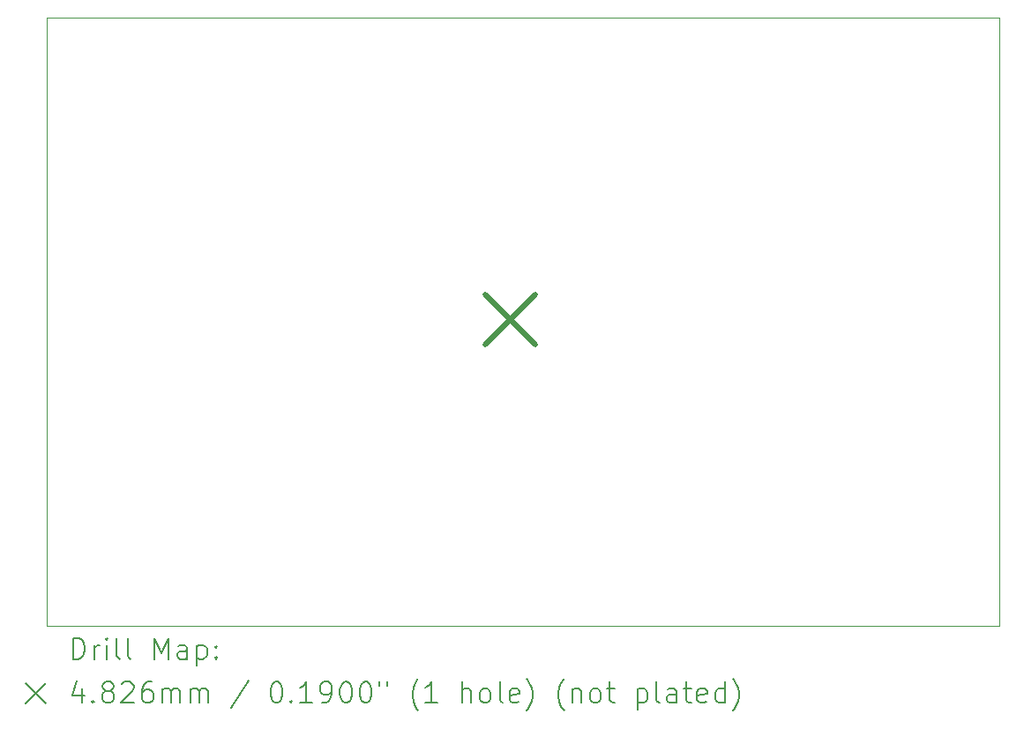
<source format=gbr>
%FSLAX45Y45*%
G04 Gerber Fmt 4.5, Leading zero omitted, Abs format (unit mm)*
G04 Created by KiCad (PCBNEW (6.0.0)) date 2022-03-13 19:40:48*
%MOMM*%
%LPD*%
G01*
G04 APERTURE LIST*
%TA.AperFunction,Profile*%
%ADD10C,0.100000*%
%TD*%
%ADD11C,0.200000*%
%ADD12C,0.482600*%
G04 APERTURE END LIST*
D10*
X22110250Y-4707750D02*
X12967250Y-4707750D01*
X12967250Y-10549750D02*
X22110250Y-10549750D01*
X12967250Y-4707750D02*
X12967250Y-10549750D01*
X22110250Y-10549750D02*
X22110250Y-4707750D01*
D11*
D12*
X17170950Y-7362050D02*
X17653550Y-7844650D01*
X17653550Y-7362050D02*
X17170950Y-7844650D01*
D11*
X13219869Y-10865226D02*
X13219869Y-10665226D01*
X13267488Y-10665226D01*
X13296059Y-10674750D01*
X13315107Y-10693798D01*
X13324631Y-10712845D01*
X13334155Y-10750940D01*
X13334155Y-10779512D01*
X13324631Y-10817607D01*
X13315107Y-10836655D01*
X13296059Y-10855702D01*
X13267488Y-10865226D01*
X13219869Y-10865226D01*
X13419869Y-10865226D02*
X13419869Y-10731893D01*
X13419869Y-10769988D02*
X13429393Y-10750940D01*
X13438917Y-10741417D01*
X13457964Y-10731893D01*
X13477012Y-10731893D01*
X13543678Y-10865226D02*
X13543678Y-10731893D01*
X13543678Y-10665226D02*
X13534155Y-10674750D01*
X13543678Y-10684274D01*
X13553202Y-10674750D01*
X13543678Y-10665226D01*
X13543678Y-10684274D01*
X13667488Y-10865226D02*
X13648440Y-10855702D01*
X13638917Y-10836655D01*
X13638917Y-10665226D01*
X13772250Y-10865226D02*
X13753202Y-10855702D01*
X13743678Y-10836655D01*
X13743678Y-10665226D01*
X14000821Y-10865226D02*
X14000821Y-10665226D01*
X14067488Y-10808083D01*
X14134155Y-10665226D01*
X14134155Y-10865226D01*
X14315107Y-10865226D02*
X14315107Y-10760464D01*
X14305583Y-10741417D01*
X14286536Y-10731893D01*
X14248440Y-10731893D01*
X14229393Y-10741417D01*
X14315107Y-10855702D02*
X14296059Y-10865226D01*
X14248440Y-10865226D01*
X14229393Y-10855702D01*
X14219869Y-10836655D01*
X14219869Y-10817607D01*
X14229393Y-10798560D01*
X14248440Y-10789036D01*
X14296059Y-10789036D01*
X14315107Y-10779512D01*
X14410345Y-10731893D02*
X14410345Y-10931893D01*
X14410345Y-10741417D02*
X14429393Y-10731893D01*
X14467488Y-10731893D01*
X14486536Y-10741417D01*
X14496059Y-10750940D01*
X14505583Y-10769988D01*
X14505583Y-10827131D01*
X14496059Y-10846179D01*
X14486536Y-10855702D01*
X14467488Y-10865226D01*
X14429393Y-10865226D01*
X14410345Y-10855702D01*
X14591298Y-10846179D02*
X14600821Y-10855702D01*
X14591298Y-10865226D01*
X14581774Y-10855702D01*
X14591298Y-10846179D01*
X14591298Y-10865226D01*
X14591298Y-10741417D02*
X14600821Y-10750940D01*
X14591298Y-10760464D01*
X14581774Y-10750940D01*
X14591298Y-10741417D01*
X14591298Y-10760464D01*
X12762250Y-11094750D02*
X12962250Y-11294750D01*
X12962250Y-11094750D02*
X12762250Y-11294750D01*
X13305583Y-11151893D02*
X13305583Y-11285226D01*
X13257964Y-11075702D02*
X13210345Y-11218559D01*
X13334155Y-11218559D01*
X13410345Y-11266178D02*
X13419869Y-11275702D01*
X13410345Y-11285226D01*
X13400821Y-11275702D01*
X13410345Y-11266178D01*
X13410345Y-11285226D01*
X13534155Y-11170940D02*
X13515107Y-11161417D01*
X13505583Y-11151893D01*
X13496059Y-11132845D01*
X13496059Y-11123321D01*
X13505583Y-11104274D01*
X13515107Y-11094750D01*
X13534155Y-11085226D01*
X13572250Y-11085226D01*
X13591298Y-11094750D01*
X13600821Y-11104274D01*
X13610345Y-11123321D01*
X13610345Y-11132845D01*
X13600821Y-11151893D01*
X13591298Y-11161417D01*
X13572250Y-11170940D01*
X13534155Y-11170940D01*
X13515107Y-11180464D01*
X13505583Y-11189988D01*
X13496059Y-11209036D01*
X13496059Y-11247131D01*
X13505583Y-11266178D01*
X13515107Y-11275702D01*
X13534155Y-11285226D01*
X13572250Y-11285226D01*
X13591298Y-11275702D01*
X13600821Y-11266178D01*
X13610345Y-11247131D01*
X13610345Y-11209036D01*
X13600821Y-11189988D01*
X13591298Y-11180464D01*
X13572250Y-11170940D01*
X13686536Y-11104274D02*
X13696059Y-11094750D01*
X13715107Y-11085226D01*
X13762726Y-11085226D01*
X13781774Y-11094750D01*
X13791298Y-11104274D01*
X13800821Y-11123321D01*
X13800821Y-11142369D01*
X13791298Y-11170940D01*
X13677012Y-11285226D01*
X13800821Y-11285226D01*
X13972250Y-11085226D02*
X13934155Y-11085226D01*
X13915107Y-11094750D01*
X13905583Y-11104274D01*
X13886536Y-11132845D01*
X13877012Y-11170940D01*
X13877012Y-11247131D01*
X13886536Y-11266178D01*
X13896059Y-11275702D01*
X13915107Y-11285226D01*
X13953202Y-11285226D01*
X13972250Y-11275702D01*
X13981774Y-11266178D01*
X13991298Y-11247131D01*
X13991298Y-11199512D01*
X13981774Y-11180464D01*
X13972250Y-11170940D01*
X13953202Y-11161417D01*
X13915107Y-11161417D01*
X13896059Y-11170940D01*
X13886536Y-11180464D01*
X13877012Y-11199512D01*
X14077012Y-11285226D02*
X14077012Y-11151893D01*
X14077012Y-11170940D02*
X14086536Y-11161417D01*
X14105583Y-11151893D01*
X14134155Y-11151893D01*
X14153202Y-11161417D01*
X14162726Y-11180464D01*
X14162726Y-11285226D01*
X14162726Y-11180464D02*
X14172250Y-11161417D01*
X14191298Y-11151893D01*
X14219869Y-11151893D01*
X14238917Y-11161417D01*
X14248440Y-11180464D01*
X14248440Y-11285226D01*
X14343678Y-11285226D02*
X14343678Y-11151893D01*
X14343678Y-11170940D02*
X14353202Y-11161417D01*
X14372250Y-11151893D01*
X14400821Y-11151893D01*
X14419869Y-11161417D01*
X14429393Y-11180464D01*
X14429393Y-11285226D01*
X14429393Y-11180464D02*
X14438917Y-11161417D01*
X14457964Y-11151893D01*
X14486536Y-11151893D01*
X14505583Y-11161417D01*
X14515107Y-11180464D01*
X14515107Y-11285226D01*
X14905583Y-11075702D02*
X14734155Y-11332845D01*
X15162726Y-11085226D02*
X15181774Y-11085226D01*
X15200821Y-11094750D01*
X15210345Y-11104274D01*
X15219869Y-11123321D01*
X15229393Y-11161417D01*
X15229393Y-11209036D01*
X15219869Y-11247131D01*
X15210345Y-11266178D01*
X15200821Y-11275702D01*
X15181774Y-11285226D01*
X15162726Y-11285226D01*
X15143678Y-11275702D01*
X15134155Y-11266178D01*
X15124631Y-11247131D01*
X15115107Y-11209036D01*
X15115107Y-11161417D01*
X15124631Y-11123321D01*
X15134155Y-11104274D01*
X15143678Y-11094750D01*
X15162726Y-11085226D01*
X15315107Y-11266178D02*
X15324631Y-11275702D01*
X15315107Y-11285226D01*
X15305583Y-11275702D01*
X15315107Y-11266178D01*
X15315107Y-11285226D01*
X15515107Y-11285226D02*
X15400821Y-11285226D01*
X15457964Y-11285226D02*
X15457964Y-11085226D01*
X15438917Y-11113798D01*
X15419869Y-11132845D01*
X15400821Y-11142369D01*
X15610345Y-11285226D02*
X15648440Y-11285226D01*
X15667488Y-11275702D01*
X15677012Y-11266178D01*
X15696059Y-11237607D01*
X15705583Y-11199512D01*
X15705583Y-11123321D01*
X15696059Y-11104274D01*
X15686536Y-11094750D01*
X15667488Y-11085226D01*
X15629393Y-11085226D01*
X15610345Y-11094750D01*
X15600821Y-11104274D01*
X15591298Y-11123321D01*
X15591298Y-11170940D01*
X15600821Y-11189988D01*
X15610345Y-11199512D01*
X15629393Y-11209036D01*
X15667488Y-11209036D01*
X15686536Y-11199512D01*
X15696059Y-11189988D01*
X15705583Y-11170940D01*
X15829393Y-11085226D02*
X15848440Y-11085226D01*
X15867488Y-11094750D01*
X15877012Y-11104274D01*
X15886536Y-11123321D01*
X15896059Y-11161417D01*
X15896059Y-11209036D01*
X15886536Y-11247131D01*
X15877012Y-11266178D01*
X15867488Y-11275702D01*
X15848440Y-11285226D01*
X15829393Y-11285226D01*
X15810345Y-11275702D01*
X15800821Y-11266178D01*
X15791298Y-11247131D01*
X15781774Y-11209036D01*
X15781774Y-11161417D01*
X15791298Y-11123321D01*
X15800821Y-11104274D01*
X15810345Y-11094750D01*
X15829393Y-11085226D01*
X16019869Y-11085226D02*
X16038917Y-11085226D01*
X16057964Y-11094750D01*
X16067488Y-11104274D01*
X16077012Y-11123321D01*
X16086536Y-11161417D01*
X16086536Y-11209036D01*
X16077012Y-11247131D01*
X16067488Y-11266178D01*
X16057964Y-11275702D01*
X16038917Y-11285226D01*
X16019869Y-11285226D01*
X16000821Y-11275702D01*
X15991298Y-11266178D01*
X15981774Y-11247131D01*
X15972250Y-11209036D01*
X15972250Y-11161417D01*
X15981774Y-11123321D01*
X15991298Y-11104274D01*
X16000821Y-11094750D01*
X16019869Y-11085226D01*
X16162726Y-11085226D02*
X16162726Y-11123321D01*
X16238917Y-11085226D02*
X16238917Y-11123321D01*
X16534155Y-11361417D02*
X16524631Y-11351893D01*
X16505583Y-11323321D01*
X16496059Y-11304274D01*
X16486536Y-11275702D01*
X16477012Y-11228083D01*
X16477012Y-11189988D01*
X16486536Y-11142369D01*
X16496059Y-11113798D01*
X16505583Y-11094750D01*
X16524631Y-11066179D01*
X16534155Y-11056655D01*
X16715107Y-11285226D02*
X16600821Y-11285226D01*
X16657964Y-11285226D02*
X16657964Y-11085226D01*
X16638917Y-11113798D01*
X16619869Y-11132845D01*
X16600821Y-11142369D01*
X16953202Y-11285226D02*
X16953202Y-11085226D01*
X17038917Y-11285226D02*
X17038917Y-11180464D01*
X17029393Y-11161417D01*
X17010345Y-11151893D01*
X16981774Y-11151893D01*
X16962726Y-11161417D01*
X16953202Y-11170940D01*
X17162726Y-11285226D02*
X17143679Y-11275702D01*
X17134155Y-11266178D01*
X17124631Y-11247131D01*
X17124631Y-11189988D01*
X17134155Y-11170940D01*
X17143679Y-11161417D01*
X17162726Y-11151893D01*
X17191298Y-11151893D01*
X17210345Y-11161417D01*
X17219869Y-11170940D01*
X17229393Y-11189988D01*
X17229393Y-11247131D01*
X17219869Y-11266178D01*
X17210345Y-11275702D01*
X17191298Y-11285226D01*
X17162726Y-11285226D01*
X17343679Y-11285226D02*
X17324631Y-11275702D01*
X17315107Y-11256655D01*
X17315107Y-11085226D01*
X17496060Y-11275702D02*
X17477012Y-11285226D01*
X17438917Y-11285226D01*
X17419869Y-11275702D01*
X17410345Y-11256655D01*
X17410345Y-11180464D01*
X17419869Y-11161417D01*
X17438917Y-11151893D01*
X17477012Y-11151893D01*
X17496060Y-11161417D01*
X17505583Y-11180464D01*
X17505583Y-11199512D01*
X17410345Y-11218559D01*
X17572250Y-11361417D02*
X17581774Y-11351893D01*
X17600821Y-11323321D01*
X17610345Y-11304274D01*
X17619869Y-11275702D01*
X17629393Y-11228083D01*
X17629393Y-11189988D01*
X17619869Y-11142369D01*
X17610345Y-11113798D01*
X17600821Y-11094750D01*
X17581774Y-11066179D01*
X17572250Y-11056655D01*
X17934155Y-11361417D02*
X17924631Y-11351893D01*
X17905583Y-11323321D01*
X17896060Y-11304274D01*
X17886536Y-11275702D01*
X17877012Y-11228083D01*
X17877012Y-11189988D01*
X17886536Y-11142369D01*
X17896060Y-11113798D01*
X17905583Y-11094750D01*
X17924631Y-11066179D01*
X17934155Y-11056655D01*
X18010345Y-11151893D02*
X18010345Y-11285226D01*
X18010345Y-11170940D02*
X18019869Y-11161417D01*
X18038917Y-11151893D01*
X18067488Y-11151893D01*
X18086536Y-11161417D01*
X18096060Y-11180464D01*
X18096060Y-11285226D01*
X18219869Y-11285226D02*
X18200821Y-11275702D01*
X18191298Y-11266178D01*
X18181774Y-11247131D01*
X18181774Y-11189988D01*
X18191298Y-11170940D01*
X18200821Y-11161417D01*
X18219869Y-11151893D01*
X18248440Y-11151893D01*
X18267488Y-11161417D01*
X18277012Y-11170940D01*
X18286536Y-11189988D01*
X18286536Y-11247131D01*
X18277012Y-11266178D01*
X18267488Y-11275702D01*
X18248440Y-11285226D01*
X18219869Y-11285226D01*
X18343679Y-11151893D02*
X18419869Y-11151893D01*
X18372250Y-11085226D02*
X18372250Y-11256655D01*
X18381774Y-11275702D01*
X18400821Y-11285226D01*
X18419869Y-11285226D01*
X18638917Y-11151893D02*
X18638917Y-11351893D01*
X18638917Y-11161417D02*
X18657964Y-11151893D01*
X18696060Y-11151893D01*
X18715107Y-11161417D01*
X18724631Y-11170940D01*
X18734155Y-11189988D01*
X18734155Y-11247131D01*
X18724631Y-11266178D01*
X18715107Y-11275702D01*
X18696060Y-11285226D01*
X18657964Y-11285226D01*
X18638917Y-11275702D01*
X18848440Y-11285226D02*
X18829393Y-11275702D01*
X18819869Y-11256655D01*
X18819869Y-11085226D01*
X19010345Y-11285226D02*
X19010345Y-11180464D01*
X19000821Y-11161417D01*
X18981774Y-11151893D01*
X18943679Y-11151893D01*
X18924631Y-11161417D01*
X19010345Y-11275702D02*
X18991298Y-11285226D01*
X18943679Y-11285226D01*
X18924631Y-11275702D01*
X18915107Y-11256655D01*
X18915107Y-11237607D01*
X18924631Y-11218559D01*
X18943679Y-11209036D01*
X18991298Y-11209036D01*
X19010345Y-11199512D01*
X19077012Y-11151893D02*
X19153202Y-11151893D01*
X19105583Y-11085226D02*
X19105583Y-11256655D01*
X19115107Y-11275702D01*
X19134155Y-11285226D01*
X19153202Y-11285226D01*
X19296060Y-11275702D02*
X19277012Y-11285226D01*
X19238917Y-11285226D01*
X19219869Y-11275702D01*
X19210345Y-11256655D01*
X19210345Y-11180464D01*
X19219869Y-11161417D01*
X19238917Y-11151893D01*
X19277012Y-11151893D01*
X19296060Y-11161417D01*
X19305583Y-11180464D01*
X19305583Y-11199512D01*
X19210345Y-11218559D01*
X19477012Y-11285226D02*
X19477012Y-11085226D01*
X19477012Y-11275702D02*
X19457964Y-11285226D01*
X19419869Y-11285226D01*
X19400821Y-11275702D01*
X19391298Y-11266178D01*
X19381774Y-11247131D01*
X19381774Y-11189988D01*
X19391298Y-11170940D01*
X19400821Y-11161417D01*
X19419869Y-11151893D01*
X19457964Y-11151893D01*
X19477012Y-11161417D01*
X19553202Y-11361417D02*
X19562726Y-11351893D01*
X19581774Y-11323321D01*
X19591298Y-11304274D01*
X19600821Y-11275702D01*
X19610345Y-11228083D01*
X19610345Y-11189988D01*
X19600821Y-11142369D01*
X19591298Y-11113798D01*
X19581774Y-11094750D01*
X19562726Y-11066179D01*
X19553202Y-11056655D01*
M02*

</source>
